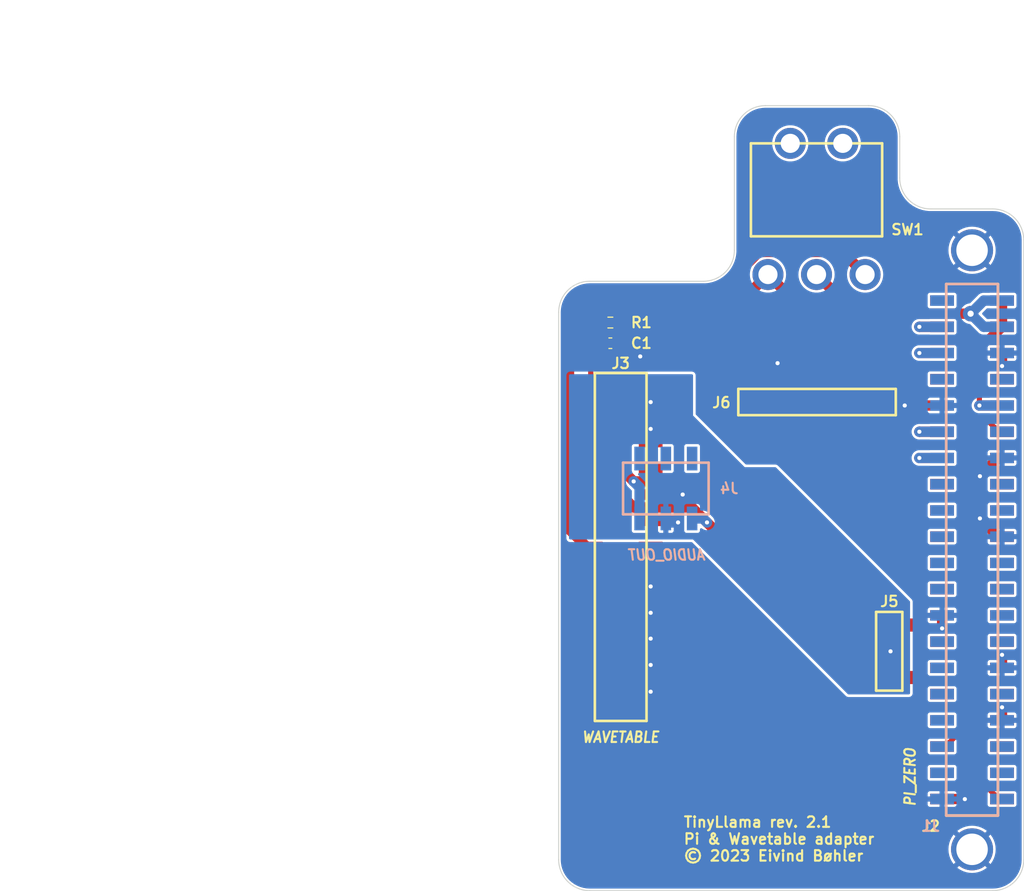
<source format=kicad_pcb>
(kicad_pcb (version 20221018) (generator pcbnew)
  (layers (0 "F.Cu" signal) (31 "B.Cu" signal) (34 "B.Paste" user) (35 "F.Paste" user) (36 "B.SilkS" user "B.Silkscreen") (37 "F.SilkS" user "F.Silkscreen") (38 "B.Mask" user) (39 "F.Mask" user) (44 "Edge.Cuts" user))
  (net 0 "")
  (net 1 "Net-(J3-~{RESET})")
  (net 2 "GND")
  (net 4 "VCC")
  (net 5 "/SDA")
  (net 6 "/SCL")
  (net 9 "/MIDI_3.3V")
  (net 10 "/SYNTH_SW")
  (net 12 "/ROM_SW")
  (net 35 "VCC_PI")
  (net 38 "/I2S_BCLK")
  (net 55 "/I2S_LRCLK")
  (net 59 "/I2S_DATA")
  (net 60 "VCC_WT")
  (net 61 "/AUDIO_L")
  (net 62 "AGND")
  (net 63 "/AUDIO_R")
  (footprint "llama_shared:H_440_HOLE" (layer "F.Cu") (at 0 29)
    (fp_text reference "H2" hide)
    (fp_text value "H_HOLE" hide)
    (pad "1" thru_hole circle (at 0 0) (size 4.064 4.064) (drill 3.048) (layers "*.Cu" "*.Mask") (net 2 "GND"))
  )
  (footprint "llama_shared:J_CONN_WAVETABLE" (layer "F.Cu") (at -34 1)
    (fp_text reference "J3" (at 0 -19.05) (layer "F.SilkS") (effects (font (size 1.016 1.016) (thickness 0.2032))))
    (fp_text value "WAVETABLE" (at 0 17.145) (layer "F.SilkS") (effects (font (size 1.016 0.9144) (thickness 0.2032) italic)))
    (fp_line (start -2.5 -18.11) (end -2.5 15.57) (stroke (width 0.254)) (layer "F.SilkS"))
    (fp_line (start -2.5 15.57) (end 2.5 15.57) (stroke (width 0.254)) (layer "F.SilkS"))
    (fp_line (start 2.5 -18.11) (end -2.5 -18.11) (stroke (width 0.254)) (layer "F.SilkS"))
    (fp_line (start 2.5 -18.11) (end 2.5 15.57) (stroke (width 0.254)) (layer "F.SilkS"))
    (pad "1" smd rect (at 2.9 13.97) (size 2.3 1.02) (layers "F.Cu" "F.Paste" "F.Mask") (net 2 "GND"))
    (pad "2" smd rect (at -2.9 13.97) (size 2.3 1.02) (layers "F.Cu" "F.Paste" "F.Mask"))
    (pad "3" smd rect (at 2.9 11.43) (size 2.3 1.02) (layers "F.Cu" "F.Paste" "F.Mask") (net 2 "GND"))
    (pad "4" smd rect (at -2.9 11.43) (size 2.3 1.02) (layers "F.Cu" "F.Paste" "F.Mask") (net 9 "/MIDI_3.3V"))
    (pad "5" smd rect (at 2.9 8.89) (size 2.3 1.02) (layers "F.Cu" "F.Paste" "F.Mask") (net 2 "GND"))
    (pad "6" smd rect (at -2.9 8.89) (size 2.3 1.02) (layers "F.Cu" "F.Paste" "F.Mask") (net 60 "VCC_WT"))
    (pad "7" smd rect (at 2.9 6.35) (size 2.3 1.02) (layers "F.Cu" "F.Paste" "F.Mask") (net 2 "GND"))
    (pad "8" smd rect (at -2.9 6.35) (size 2.3 1.02) (layers "F.Cu" "F.Paste" "F.Mask"))
    (pad "9" smd rect (at 2.9 3.81) (size 2.3 1.02) (layers "F.Cu" "F.Paste" "F.Mask") (net 2 "GND"))
    (pad "10" smd rect (at -2.9 3.81) (size 2.3 1.02) (layers "F.Cu" "F.Paste" "F.Mask") (net 60 "VCC_WT"))
    (pad "11" smd rect (at 2.9 1.27) (size 2.3 1.02) (layers "F.Cu" "F.Paste" "F.Mask") (net 2 "GND"))
    (pad "12" smd rect (at -2.9 1.27) (size 2.3 1.02) (layers "F.Cu" "F.Paste" "F.Mask"))
    (pad "13" smd rect (at 2.9 -1.27) (size 2.3 1.02) (layers "F.Cu" "F.Paste" "F.Mask"))
    (pad "14" smd rect (at -2.9 -1.27) (size 2.3 1.02) (layers "F.Cu" "F.Paste" "F.Mask") (net 60 "VCC_WT"))
    (pad "15" smd rect (at 2.9 -3.81) (size 2.3 1.02) (layers "F.Cu" "F.Paste" "F.Mask") (net 62 "AGND"))
    (pad "16" smd rect (at -2.9 -3.81) (size 2.3 1.02) (layers "F.Cu" "F.Paste" "F.Mask"))
    (pad "17" smd rect (at 2.9 -6.35) (size 2.3 1.02) (layers "F.Cu" "F.Paste" "F.Mask") (net 62 "AGND"))
    (pad "18" smd rect (at -2.9 -6.35) (size 2.3 1.02) (layers "F.Cu" "F.Paste" "F.Mask"))
    (pad "19" smd rect (at 2.9 -8.89) (size 2.3 1.02) (layers "F.Cu" "F.Paste" "F.Mask") (net 62 "AGND"))
    (pad "20" smd rect (at -2.9 -8.89) (size 2.3 1.02) (layers "F.Cu" "F.Paste" "F.Mask") (net 61 "/AUDIO_L"))
    (pad "21" smd rect (at 2.9 -11.43) (size 2.3 1.02) (layers "F.Cu" "F.Paste" "F.Mask") (net 62 "AGND"))
    (pad "22" smd rect (at -2.9 -11.43) (size 2.3 1.02) (layers "F.Cu" "F.Paste" "F.Mask"))
    (pad "23" smd rect (at 2.9 -13.97) (size 2.3 1.02) (layers "F.Cu" "F.Paste" "F.Mask") (net 62 "AGND"))
    (pad "24" smd rect (at -2.9 -13.97) (size 2.3 1.02) (layers "F.Cu" "F.Paste" "F.Mask") (net 63 "/AUDIO_R"))
    (pad "25" smd rect (at 2.9 -16.51) (size 2.3 1.02) (layers "F.Cu" "F.Paste" "F.Mask") (net 62 "AGND"))
    (pad "26" smd rect (at -2.9 -16.51) (size 2.3 1.02) (layers "F.Cu" "F.Paste" "F.Mask") (net 1 "Net-(J3-~{RESET})"))
  )
  (footprint "llama_shared:P_CONN_01X06_SMD" (layer "F.Cu") (at -15 -14.305 180)
    (fp_text reference "J6" (at 9.25 -0.055) (layer "F.SilkS") (effects (font (size 1.016 1.016) (thickness 0.2032))))
    (fp_text value "P_CONN_01x06" hide)
    (fp_line (start -7.62 -1.27) (end 7.62 -1.27) (stroke (width 0.254)) (layer "F.SilkS"))
    (fp_line (start -7.62 1.27) (end -7.62 -1.27) (stroke (width 0.254)) (layer "F.SilkS"))
    (fp_line (start 7.62 -1.27) (end 7.62 1.27) (stroke (width 0.254)) (layer "F.SilkS"))
    (fp_line (start 7.62 1.27) (end -7.62 1.27) (stroke (width 0.254)) (layer "F.SilkS"))
    (pad "1" smd rect (at -6.35 1.8 180) (size 1.27 2.2) (layers "F.Cu" "F.Paste" "F.Mask") (net 2 "GND"))
    (pad "2" smd rect (at -3.81 -1.8 180) (size 1.27 2.2) (layers "F.Cu" "F.Paste" "F.Mask") (net 38 "/I2S_BCLK"))
    (pad "3" smd rect (at -1.27 1.8 180) (size 1.27 2.2) (layers "F.Cu" "F.Paste" "F.Mask") (net 59 "/I2S_DATA"))
    (pad "4" smd rect (at 1.27 -1.8 180) (size 1.27 2.2) (layers "F.Cu" "F.Paste" "F.Mask") (net 55 "/I2S_LRCLK"))
    (pad "5" smd rect (at 3.81 1.8 180) (size 1.27 2.2) (layers "F.Cu" "F.Paste" "F.Mask") (net 2 "GND"))
    (pad "6" smd rect (at 6.35 -1.8 180) (size 1.27 2.2) (layers "F.Cu" "F.Paste" "F.Mask") (net 35 "VCC_PI"))
  )
  (footprint "Capacitor_SMD:C_0603_1608Metric" (layer "F.Cu") (at -35 -20)
    (fp_text reference "C1" (at 3 0) (layer "F.SilkS") (effects (font (size 1.016 1.016) (thickness 0.2032))))
    (fp_text value "10uF" hide)
    (fp_line (start -0.14058 -0.51) (end 0.14058 -0.51) (stroke (width 0.12)) (layer "F.SilkS"))
    (fp_line (start -0.14058 0.51) (end 0.14058 0.51) (stroke (width 0.12)) (layer "F.SilkS"))
    (pad "1" smd roundrect (at -0.775 0) (size 0.9 0.95) (layers "F.Cu" "F.Paste" "F.Mask") (net 1 "Net-(J3-~{RESET})"))
    (pad "2" smd roundrect (at 0.775 0) (size 0.9 0.95) (layers "F.Cu" "F.Paste" "F.Mask") (net 2 "GND"))
  )
  (footprint "Resistor_SMD:R_0603_1608Metric" (layer "F.Cu") (at -35 -22 180)
    (fp_text reference "R1" (at -3 0) (layer "F.SilkS") (effects (font (size 1.016 1.016) (thickness 0.2032))))
    (fp_text value "10k" hide)
    (fp_line (start -0.237258 -0.5225) (end 0.237258 -0.5225) (stroke (width 0.12)) (layer "F.SilkS"))
    (fp_line (start -0.237258 0.5225) (end 0.237258 0.5225) (stroke (width 0.12)) (layer "F.SilkS"))
    (pad "1" smd roundrect (at -0.825 0 180) (size 0.8 0.95) (layers "F.Cu" "F.Paste" "F.Mask") (net 1 "Net-(J3-~{RESET})"))
    (pad "2" smd roundrect (at 0.825 0 180) (size 0.8 0.95) (layers "F.Cu" "F.Paste" "F.Mask") (net 60 "VCC_WT"))
  )
  (footprint "llama_shared:P_CONN_01X03_SMD" (layer "F.Cu") (at -8.015 9.825 90)
    (fp_text reference "J5" (at 4.825 0.015 180) (layer "F.SilkS") (effects (font (size 1.016 1.016) (thickness 0.2032))))
    (fp_text value "P_CONN_01X03" hide)
    (fp_line (start -3.81 -1.27) (end 3.81 -1.27) (stroke (width 0.254)) (layer "F.SilkS"))
    (fp_line (start -3.81 1.27) (end -3.81 -1.27) (stroke (width 0.254)) (layer "F.SilkS"))
    (fp_line (start 3.81 -1.27) (end 3.81 1.27) (stroke (width 0.254)) (layer "F.SilkS"))
    (fp_line (start 3.81 1.27) (end -3.81 1.27) (stroke (width 0.254)) (layer "F.SilkS"))
    (pad "1" smd rect (at -2.54 1.8 90) (size 1.27 2.2) (layers "F.Cu" "F.Paste" "F.Mask") (net 61 "/AUDIO_L"))
    (pad "2" smd rect (at 0 -1.8 90) (size 1.27 2.2) (layers "F.Cu" "F.Paste" "F.Mask") (net 62 "AGND"))
    (pad "3" smd rect (at 2.54 1.8 90) (size 1.27 2.2) (layers "F.Cu" "F.Paste" "F.Mask") (net 63 "/AUDIO_R"))
  )
  (footprint "llama_shared:J_CONN_RPI_SMD" (layer "F.Cu") (at 0 0)
    (fp_text reference "J2" (at -4 26.75 180) (layer "F.SilkS") (effects (font (size 1.016 1.016) (thickness 0.2032))))
    (fp_text value "PI_ZERO" (at -6 22 90) (layer "F.SilkS") (effects (font (size 1.016 0.9144) (thickness 0.2032) italic)))
    (fp_line (start -2.5 -25.73) (end -2.5 25.73) (stroke (width 0.254)) (layer "F.SilkS"))
    (fp_line (start -2.5 25.73) (end 2.5 25.73) (stroke (width 0.254)) (layer "F.SilkS"))
    (fp_line (start 2.5 -25.73) (end -2.5 -25.73) (stroke (width 0.254)) (layer "F.SilkS"))
    (fp_line (start 2.5 -25.73) (end 2.5 25.73) (stroke (width 0.254)) (layer "F.SilkS"))
    (pad "1" smd rect (at -2.9 -24.13) (size 2.3 1.02) (layers "F.Cu" "F.Paste" "F.Mask"))
    (pad "2" smd rect (at 2.9 -24.13) (size 2.3 1.02) (layers "F.Cu" "F.Paste" "F.Mask") (net 35 "VCC_PI"))
    (pad "3" smd rect (at -2.9 -21.59) (size 2.3 1.02) (layers "F.Cu" "F.Paste" "F.Mask") (net 5 "/SDA"))
    (pad "4" smd rect (at 2.9 -21.59) (size 2.3 1.02) (layers "F.Cu" "F.Paste" "F.Mask") (net 35 "VCC_PI"))
    (pad "5" smd rect (at -2.9 -19.05) (size 2.3 1.02) (layers "F.Cu" "F.Paste" "F.Mask") (net 6 "/SCL"))
    (pad "6" smd rect (at 2.9 -19.05) (size 2.3 1.02) (layers "F.Cu" "F.Paste" "F.Mask") (net 2 "GND"))
    (pad "7" smd rect (at -2.9 -16.51) (size 2.3 1.02) (layers "F.Cu" "F.Paste" "F.Mask"))
    (pad "8" smd rect (at 2.9 -16.51) (size 2.3 1.02) (layers "F.Cu" "F.Paste" "F.Mask"))
    (pad "9" smd rect (at -2.9 -13.97) (size 2.3 1.02) (layers "F.Cu" "F.Paste" "F.Mask") (net 2 "GND"))
    (pad "10" smd rect (at 2.9 -13.97) (size 2.3 1.02) (layers "F.Cu" "F.Paste" "F.Mask") (net 9 "/MIDI_3.3V"))
    (pad "11" smd rect (at -2.9 -11.43) (size 2.3 1.02) (layers "F.Cu" "F.Paste" "F.Mask") (net 10 "/SYNTH_SW"))
    (pad "12" smd rect (at 2.9 -11.43) (size 2.3 1.02) (layers "F.Cu" "F.Paste" "F.Mask") (net 38 "/I2S_BCLK"))
    (pad "13" smd rect (at -2.9 -8.89) (size 2.3 1.02) (layers "F.Cu" "F.Paste" "F.Mask") (net 12 "/ROM_SW"))
    (pad "14" smd rect (at 2.9 -8.89) (size 2.3 1.02) (layers "F.Cu" "F.Paste" "F.Mask") (net 2 "GND"))
    (pad "15" smd rect (at -2.9 -6.35) (size 2.3 1.02) (layers "F.Cu" "F.Paste" "F.Mask"))
    (pad "16" smd rect (at 2.9 -6.35) (size 2.3 1.02) (layers "F.Cu" "F.Paste" "F.Mask"))
    (pad "17" smd rect (at -2.9 -3.81) (size 2.3 1.02) (layers "F.Cu" "F.Paste" "F.Mask"))
    (pad "18" smd rect (at 2.9 -3.81) (size 2.3 1.02) (layers "F.Cu" "F.Paste" "F.Mask"))
    (pad "19" smd rect (at -2.9 -1.27) (size 2.3 1.02) (layers "F.Cu" "F.Paste" "F.Mask"))
    (pad "20" smd rect (at 2.9 -1.27) (size 2.3 1.02) (layers "F.Cu" "F.Paste" "F.Mask") (net 2 "GND"))
    (pad "21" smd rect (at -2.9 1.27) (size 2.3 1.02) (layers "F.Cu" "F.Paste" "F.Mask"))
    (pad "22" smd rect (at 2.9 1.27) (size 2.3 1.02) (layers "F.Cu" "F.Paste" "F.Mask"))
    (pad "23" smd rect (at -2.9 3.81) (size 2.3 1.02) (layers "F.Cu" "F.Paste" "F.Mask"))
    (pad "24" smd rect (at 2.9 3.81) (size 2.3 1.02) (layers "F.Cu" "F.Paste" "F.Mask"))
    (pad "25" smd rect (at -2.9 6.35) (size 2.3 1.02) (layers "F.Cu" "F.Paste" "F.Mask") (net 2 "GND"))
    (pad "26" smd rect (at 2.9 6.35) (size 2.3 1.02) (layers "F.Cu" "F.Paste" "F.Mask"))
    (pad "27" smd rect (at -2.9 8.89) (size 2.3 1.02) (layers "F.Cu" "F.Paste" "F.Mask"))
    (pad "28" smd rect (at 2.9 8.89) (size 2.3 1.02) (layers "F.Cu" "F.Paste" "F.Mask"))
    (pad "29" smd rect (at -2.9 11.43) (size 2.3 1.02) (layers "F.Cu" "F.Paste" "F.Mask"))
    (pad "30" smd rect (at 2.9 11.43) (size 2.3 1.02) (layers "F.Cu" "F.Paste" "F.Mask") (net 2 "GND"))
    (pad "31" smd rect (at -2.9 13.97) (size 2.3 1.02) (layers "F.Cu" "F.Paste" "F.Mask"))
    (pad "32" smd rect (at 2.9 13.97) (size 2.3 1.02) (layers "F.Cu" "F.Paste" "F.Mask"))
    (pad "33" smd rect (at -2.9 16.51) (size 2.3 1.02) (layers "F.Cu" "F.Paste" "F.Mask"))
    (pad "34" smd rect (at 2.9 16.51) (size 2.3 1.02) (layers "F.Cu" "F.Paste" "F.Mask") (net 2 "GND"))
    (pad "35" smd rect (at -2.9 19.05) (size 2.3 1.02) (layers "F.Cu" "F.Paste" "F.Mask") (net 55 "/I2S_LRCLK"))
    (pad "36" smd rect (at 2.9 19.05) (size 2.3 1.02) (layers "F.Cu" "F.Paste" "F.Mask"))
    (pad "37" smd rect (at -2.9 21.59) (size 2.3 1.02) (layers "F.Cu" "F.Paste" "F.Mask"))
    (pad "38" smd rect (at 2.9 21.59) (size 2.3 1.02) (layers "F.Cu" "F.Paste" "F.Mask"))
    (pad "39" smd rect (at -2.9 24.13) (size 2.3 1.02) (layers "F.Cu" "F.Paste" "F.Mask") (net 2 "GND"))
    (pad "40" smd rect (at 2.9 24.13) (size 2.3 1.02) (layers "F.Cu" "F.Paste" "F.Mask") (net 59 "/I2S_DATA"))
  )
  (footprint "llama_shared:H_440_HOLE" (layer "F.Cu") (at 0 -29)
    (fp_text reference "H1" hide)
    (fp_text value "H_HOLE" hide)
    (pad "1" thru_hole circle (at 0 0) (size 4.064 4.064) (drill 3.048) (layers "*.Cu" "*.Mask") (net 2 "GND"))
  )
  (footprint "llama_shared:SW_1MS1T2B4M6QES" (layer "F.Cu") (at -15.05 -33)
    (fp_text reference "SW1" (at 8.8 2 unlocked) (layer "F.SilkS") (effects (font (size 1.016 1.016) (thickness 0.2032) bold)))
    (fp_text value "PI_WT_TOGGLE" hide)
    (fp_line (start -6.35 -6.35) (end -6.35 2.65) (stroke (width 0.254)) (layer "F.SilkS"))
    (fp_line (start -6.35 -6.35) (end 6.35 -6.35) (stroke (width 0.254)) (layer "F.SilkS"))
    (fp_line (start -6.35 2.65) (end 6.35 2.65) (stroke (width 0.254)) (layer "F.SilkS"))
    (fp_line (start 6.35 -6.35) (end 6.35 2.65) (stroke (width 0.254)) (layer "F.SilkS"))
    (pad "" thru_hole circle (at -2.54 -6.35) (size 3 3) (drill 1.85) (layers "*.Cu" "*.Mask"))
    (pad "" thru_hole circle (at 2.54 -6.35) (size 3 3) (drill 1.85) (layers "*.Cu" "*.Mask"))
    (pad "1" thru_hole circle (at -4.7 6.35) (size 3 3) (drill 1.85) (layers "*.Cu" "*.Mask") (net 35 "VCC_PI"))
    (pad "2" thru_hole circle (at 0 6.35) (size 3 3) (drill 1.85) (layers "*.Cu" "*.Mask") (net 4 "VCC"))
    (pad "3" thru_hole circle (at 4.7 6.35) (size 3 3) (drill 1.85) (layers "*.Cu" "*.Mask") (net 60 "VCC_WT"))
  )
  (footprint "llama_shared:P_CONN_02X03_SMD" (layer "B.Cu") (at -29.63 -5.935 90)
    (fp_text reference "J4" (at 0 6.13 180) (layer "B.SilkS") (effects (font (size 1.016 1.016) (thickness 0.2032)) (justify mirror)))
    (fp_text value "AUDIO_OUT" (at -6.435 0.13 180) (layer "B.SilkS") (effects (font (size 1.016 0.9144) (thickness 0.2032) italic) (justify mirror)))
    (fp_line (start -2.5 -4.14) (end 2.5 -4.14) (stroke (width 0.254)) (layer "B.SilkS"))
    (fp_line (start -2.5 4.14) (end -2.5 -4.14) (stroke (width 0.254)) (layer "B.SilkS"))
    (fp_line (start 2.5 4.14) (end -2.5 4.14) (stroke (width 0.254)) (layer "B.SilkS"))
    (fp_line (start 2.5 4.14) (end 2.5 -4.14) (stroke (width 0.254)) (layer "B.SilkS"))
    (pad "1" smd rect (at -2.9 2.54 90) (size 2.3 1.02) (layers "B.Cu" "B.Paste" "B.Mask") (net 61 "/AUDIO_L"))
    (pad "2" smd rect (at -2.9 0 90) (size 2.3 1.02) (layers "B.Cu" "B.Paste" "B.Mask") (net 62 "AGND"))
    (pad "3" smd rect (at -2.9 -2.54 90) (size 2.3 1.02) (layers "B.Cu" "B.Paste" "B.Mask") (net 63 "/AUDIO_R"))
    (pad "4" smd rect (at 2.9 -2.54 90) (size 2.3 1.02) (layers "B.Cu" "B.Paste" "B.Mask"))
    (pad "5" smd rect (at 2.9 0 90) (size 2.3 1.02) (layers "B.Cu" "B.Paste" "B.Mask"))
    (pad "6" smd rect (at 2.9 2.54 90) (size 2.3 1.02) (layers "B.Cu" "B.Paste" "B.Mask"))
  )
  (footprint "llama_shared:J_CONN_RPI_MIRRORED_SMD" (layer "B.Cu") (at 0 0 180)
    (fp_text reference "J1" (at 4 -26.75) (layer "B.SilkS") (effects (font (size 1.016 1.016) (thickness 0.2032)) (justify mirror)))
    (fp_text value "TINYLLAMA_PI_CONN" hide)
    (fp_line (start -2.5 -25.73) (end 2.5 -25.73) (stroke (width 0.254)) (layer "B.SilkS"))
    (fp_line (start -2.5 25.73) (end -2.5 -25.73) (stroke (width 0.254)) (layer "B.SilkS"))
    (fp_line (start 2.5 25.73) (end -2.5 25.73) (stroke (width 0.254)) (layer "B.SilkS"))
    (fp_line (start 2.5 25.73) (end 2.5 -25.73) (stroke (width 0.254)) (layer "B.SilkS"))
    (pad "1" smd rect (at 2.9 24.13 180) (size 2.3 1.02) (layers "B.Cu" "B.Paste" "B.Mask"))
    (pad "2" smd rect (at -2.9 24.13 180) (size 2.3 1.02) (layers "B.Cu" "B.Paste" "B.Mask") (net 4 "VCC"))
    (pad "3" smd rect (at 2.9 21.59 180) (size 2.3 1.02) (layers "B.Cu" "B.Paste" "B.Mask") (net 5 "/SDA"))
    (pad "4" smd rect (at -2.9 21.59 180) (size 2.3 1.02) (layers "B.Cu" "B.Paste" "B.Mask") (net 4 "VCC"))
    (pad "5" smd rect (at 2.9 19.05 180) (size 2.3 1.02) (layers "B.Cu" "B.Paste" "B.Mask") (net 6 "/SCL"))
    (pad "6" smd rect (at -2.9 19.05 180) (size 2.3 1.02) (layers "B.Cu" "B.Paste" "B.Mask") (net 2 "GND"))
    (pad "7" smd rect (at 2.9 16.51 180) (size 2.3 1.02) (layers "B.Cu" "B.Paste" "B.Mask"))
    (pad "8" smd rect (at -2.9 16.51 180) (size 2.3 1.02) (layers "B.Cu" "B.Paste" "B.Mask"))
    (pad "9" smd rect (at 2.9 13.97 180) (size 2.3 1.02) (layers "B.Cu" "B.Paste" "B.Mask") (net 2 "GND"))
    (pad "10" smd rect (at -2.9 13.97 180) (size 2.3 1.02) (layers "B.Cu" "B.Paste" "B.Mask") (net 9 "/MIDI_3.3V"))
    (pad "11" smd rect (at 2.9 11.43 180) (size 2.3 1.02) (layers "B.Cu" "B.Paste" "B.Mask") (net 10 "/SYNTH_SW"))
    (pad "12" smd rect (at -2.9 11.43 180) (size 2.3 1.02) (layers "B.Cu" "B.Paste" "B.Mask"))
    (pad "13" smd rect (at 2.9 8.89 180) (size 2.3 1.02) (layers "B.Cu" "B.Paste" "B.Mask") (net 12 "/ROM_SW"))
    (pad "14" smd rect (at -2.9 8.89 180) (size 2.3 1.02) (layers "B.Cu" "B.Paste" "B.Mask") (net 2 "GND"))
    (pad "15" smd rect (at 2.9 6.35 180) (size 2.3 1.02) (layers "B.Cu" "B.Paste" "B.Mask"))
    (pad "16" smd rect (at -2.9 6.35 180) (size 2.3 1.02) (layers "B.Cu" "B.Paste" "B.Mask"))
    (pad "17" smd rect (at 2.9 3.81 180) (size 2.3 1.02) (layers "B.Cu" "B.Paste" "B.Mask"))
    (pad "18" smd rect (at -2.9 3.81 180) (size 2.3 1.02) (layers "B.Cu" "B.Paste" "B.Mask"))
    (pad "19" smd rect (at 2.9 1.27 180) (size 2.3 1.02) (layers "B.Cu" "B.Paste" "B.Mask"))
    (pad "20" smd rect (at -2.9 1.27 180) (size 2.3 1.02) (layers "B.Cu" "B.Paste" "B.Mask") (net 2 "GND"))
    (pad "21" smd rect (at 2.9 -1.27 180) (size 2.3 1.02) (layers "B.Cu" "B.Paste" "B.Mask"))
    (pad "22" smd rect (at -2.9 -1.27 180) (size 2.3 1.02) (layers "B.Cu" "B.Paste" "B.Mask"))
    (pad "23" smd rect (at 2.9 -3.81 180) (size 2.3 1.02) (layers "B.Cu" "B.Paste" "B.Mask"))
    (pad "24" smd rect (at -2.9 -3.81 180) (size 2.3 1.02) (layers "B.Cu" "B.Paste" "B.Mask"))
    (pad "25" smd rect (at 2.9 -6.35 180) (size 2.3 1.02) (layers "B.Cu" "B.Paste" "B.Mask") (net 2 "GND"))
    (pad "26" smd rect (at -2.9 -6.35 180) (size 2.3 1.02) (layers "B.Cu" "B.Paste" "B.Mask"))
    (pad "27" smd rect (at 2.9 -8.89 180) (size 2.3 1.02) (layers "B.Cu" "B.Paste" "B.Mask"))
    (pad "28" smd rect (at -2.9 -8.89 180) (size 2.3 1.02) (layers "B.Cu" "B.Paste" "B.Mask"))
    (pad "29" smd rect (at 2.9 -11.43 180) (size 2.3 1.02) (layers "B.Cu" "B.Paste" "B.Mask"))
    (pad "30" smd rect (at -2.9 -11.43 180) (size 2.3 1.02) (layers "B.Cu" "B.Paste" "B.Mask") (net 2 "GND"))
    (pad "31" smd rect (at 2.9 -13.97 180) (size 2.3 1.02) (layers "B.Cu" "B.Paste" "B.Mask"))
    (pad "32" smd rect (at -2.9 -13.97 180) (size 2.3 1.02) (layers "B.Cu" "B.Paste" "B.Mask"))
    (pad "33" smd rect (at 2.9 -16.51 180) (size 2.3 1.02) (layers "B.Cu" "B.Paste" "B.Mask"))
    (pad "34" smd rect (at -2.9 -16.51 180) (size 2.3 1.02) (layers "B.Cu" "B.Paste" "B.Mask") (net 2 "GND"))
    (pad "35" smd rect (at 2.9 -19.05 180) (size 2.3 1.02) (layers "B.Cu" "B.Paste" "B.Mask"))
    (pad "36" smd rect (at -2.9 -19.05 180) (size 2.3 1.02) (layers "B.Cu" "B.Paste" "B.Mask"))
    (pad "37" smd rect (at 2.9 -21.59 180) (size 2.3 1.02) (layers "B.Cu" "B.Paste" "B.Mask"))
    (pad "38" smd rect (at -2.9 -21.59 180) (size 2.3 1.02) (layers "B.Cu" "B.Paste" "B.Mask"))
    (pad "39" smd rect (at 2.9 -24.13 180) (size 2.3 1.02) (layers "B.Cu" "B.Paste" "B.Mask") (net 2 "GND"))
    (pad "40" smd rect (at -2.9 -24.13 180) (size 2.3 1.02) (layers "B.Cu" "B.Paste" "B.Mask"))
  )
  (gr_arc (start -40 -23) (mid -39.12132 -25.12132) (end -37 -26) (stroke (width 0.1)) (layer "Edge.Cuts"))
  (gr_arc (start -23 -40) (mid -22.12132 -42.12132) (end -20 -43) (stroke (width 0.1)) (layer "Edge.Cuts"))
  (gr_line (start -10 -43) (end -20 -43) (stroke (width 0.1)) (layer "Edge.Cuts"))
  (gr_arc (start -23 -29) (mid -23.87868 -26.87868) (end -26 -26) (stroke (width 0.1)) (layer "Edge.Cuts"))
  (gr_line (start -40 -23) (end -40 30) (stroke (width 0.1)) (layer "Edge.Cuts"))
  (gr_line (start 5 30) (end 5 -30) (stroke (width 0.1)) (layer "Edge.Cuts"))
  (gr_arc (start -10 -43) (mid -7.87868 -42.12132) (end -7 -40) (stroke (width 0.1)) (layer "Edge.Cuts"))
  (gr_arc (start 5 30) (mid 4.12132 32.12132) (end 2 33) (stroke (width 0.1)) (layer "Edge.Cuts"))
  (gr_line (start -37 33) (end 2 33) (stroke (width 0.1)) (layer "Edge.Cuts"))
  (gr_arc (start -4 -33) (mid -6.12132 -33.87868) (end -7 -36) (stroke (width 0.1)) (layer "Edge.Cuts"))
  (gr_line (start -23 -40) (end -23 -29) (stroke (width 0.1)) (layer "Edge.Cuts"))
  (gr_arc (start -37 33) (mid -39.12132 32.12132) (end -40 30) (stroke (width 0.1)) (layer "Edge.Cuts"))
  (gr_line (start 2 -33) (end -4 -33) (stroke (width 0.1)) (layer "Edge.Cuts"))
  (gr_line (start -7 -36) (end -7 -40) (stroke (width 0.1)) (layer "Edge.Cuts"))
  (gr_line (start -26 -26) (end -37 -26) (stroke (width 0.1)) (layer "Edge.Cuts"))
  (gr_arc (start 2 -33) (mid 4.12132 -32.12132) (end 5 -30) (stroke (width 0.1)) (layer "Edge.Cuts"))
  (gr_text "TinyLlama rev. 2.1\nPi & Wavetable adapter\n© 2023 Eivind Bøhler" (at -28 28) (layer "F.SilkS") (effects (font (size 1.016 1.016) (thickness 0.2032) bold) (justify left)))
  (segment (start -36.9 -15.51) (end -36.9 -18.875) (width 0.5) (layer "F.Cu") (net 1))
  (segment (start -36.9 -18.875) (end -35.775 -20) (width 0.5) (layer "F.Cu") (net 1))
  (segment (start -35.775 -20.4) (end -34.175 -22) (width 0.5) (layer "F.Cu") (net 1))
  (segment (start -35.775 -20) (end -35.775 -20.4) (width 0.5) (layer "F.Cu") (net 1))
  (segment (start -2.9 24.13) (end -0.71 24.13) (width 1) (layer "F.Cu") (net 2))
  (segment (start -0.71 24.13) (end -0.7 24.14) (width 1) (layer "F.Cu") (net 2))
  (segment (start 2.526 -1.27) (end 0.76 -3.036) (width 1) (layer "F.Cu") (net 2))
  (segment (start 2.9 11.43) (end 2.9 10.17) (width 1) (layer "F.Cu") (net 2))
  (segment (start -31.1 9.89) (end -31.1 8.6) (width 1) (layer "F.Cu") (net 2))
  (segment (start -34.225 -20) (end -33.39 -20) (width 0.5) (layer "F.Cu") (net 2))
  (segment (start -31.1 8.6) (end -31.1 7.35) (width 1) (layer "F.Cu") (net 2))
  (segment (start -31.1 11.15) (end -31.1 9.89) (width 1) (layer "F.Cu") (net 2))
  (segment (start -31.1 12.43) (end -31.1 11.15) (width 1) (layer "F.Cu") (net 2))
  (segment (start 0.76 -7.124) (end 2.526 -8.89) (width 1) (layer "F.Cu") (net 2))
  (segment (start -31.1 4.81) (end -31.1 2.27) (width 1) (layer "F.Cu") (net 2))
  (segment (start -6.515 -13.97) (end -8.65 -16.105) (width 1) (layer "F.Cu") (net 2))
  (segment (start -18.81 -18.06) (end -18.82 -18.07) (width 1) (layer "F.Cu") (net 2))
  (segment (start 0.76 -3.036) (end 0.76 -7.124) (width 1) (layer "F.Cu") (net 2))
  (segment (start -2.9 6.35) (end -2.9 7.61) (width 1) (layer "F.Cu") (net 2))
  (segment (start 2.9 16.51) (end 2.9 15.25) (width 1) (layer "F.Cu") (net 2))
  (segment (start -31.1 6.1) (end -31.1 4.81) (width 1) (layer "F.Cu") (net 2))
  (segment (start 2.9 -1.27) (end 2.526 -1.27) (width 1) (layer "F.Cu") (net 2))
  (segment (start -31.1 14.97) (end -31.1 12.43) (width 1) (layer "F.Cu") (net 2))
  (segment (start -2.9 -13.97) (end -6.515 -13.97) (width 1) (layer "F.Cu") (net 2))
  (segment (start -33.39 -20) (end -32.11 -18.72) (width 0.5) (layer "F.Cu") (net 2))
  (segment (start 2.526 -8.89) (end 2.9 -8.89) (width 1) (layer "F.Cu") (net 2))
  (segment (start -31.1 7.35) (end -31.1 6.1) (width 1) (layer "F.Cu") (net 2))
  (segment (start -18.81 -16.105) (end -18.81 -18.06) (width 1) (layer "F.Cu") (net 2))
  (segment (start 2.9 -19.05) (end 2.9 -17.79) (width 1) (layer "F.Cu") (net 2))
  (via (at -31.1 11.15) (size 1) (drill 0.4) (layers "F.Cu" "B.Cu") (net 2))
  (via (at -31.1 13.74) (size 1) (drill 0.4) (layers "F.Cu" "B.Cu") (net 2))
  (via (at 2.9 15.25) (size 1) (drill 0.4) (layers "F.Cu" "B.Cu") (net 2))
  (via (at -2.9 7.61) (size 1) (drill 0.4) (layers "F.Cu" "B.Cu") (net 2))
  (via (at -18.82 -18.07) (size 1) (drill 0.4) (layers "F.Cu" "B.Cu") (net 2))
  (via (at 0.76 -3.036) (size 1) (drill 0.4) (layers "F.Cu" "B.Cu") (net 2))
  (via (at -31.1 3.55) (size 1) (drill 0.4) (layers "F.Cu" "B.Cu") (net 2))
  (via (at -31.1 6.1) (size 1) (drill 0.4) (layers "F.Cu" "B.Cu") (net 2))
  (via (at -0.7 24.14) (size 1) (drill 0.4) (layers "F.Cu" "B.Cu") (net 2))
  (via (at 2.9 10.17) (size 1) (drill 0.4) (layers "F.Cu" "B.Cu") (net 2))
  (via (at -31.1 8.6) (size 1) (drill 0.4) (layers "F.Cu" "B.Cu") (net 2))
  (via (at 2.9 -17.79) (size 1) (drill 0.4) (layers "F.Cu" "B.Cu") (net 2))
  (via (at -32.11 -18.72) (size 1) (drill 0.4) (layers "F.Cu" "B.Cu") (net 2))
  (via (at -6.515 -13.97) (size 1) (drill 0.4) (layers "F.Cu" "B.Cu") (net 2))
  (via (at 0.76 -7.124) (size 1) (drill 0.4) (layers "F.Cu" "B.Cu") (net 2))
  (segment (start -15.05 -26.65) (end -11.26 -22.86) (width 1) (layer "F.Cu") (net 4))
  (segment (start -11.26 -22.86) (end -0.14 -22.86) (width 1) (layer "F.Cu") (net 4))
  (via (at -0.14 -22.86) (size 1.5) (drill 0.6) (layers "F.Cu" "B.Cu") (net 4))
  (segment (start 1.13 -24.13) (end -0.14 -22.86) (width 1) (layer "B.Cu") (net 4))
  (segment (start 2.9 -21.59) (end 1.13 -21.59) (width 1) (layer "B.Cu") (net 4))
  (segment (start 1.13 -21.59) (end -0.14 -22.86) (width 1) (layer "B.Cu") (net 4))
  (segment (start 2.9 -24.13) (end 1.13 -24.13) (width 1) (layer "B.Cu") (net 4))
  (segment (start -2.9 -21.59) (end -5.1 -21.59) (width 1) (layer "F.Cu") (net 5))
  (via (at -5.1 -21.59) (size 1) (drill 0.4) (layers "F.Cu" "B.Cu") (net 5))
  (segment (start -5.1 -21.59) (end -2.9 -21.59) (width 1) (layer "B.Cu") (net 5))
  (segment (start -2.9 -19.05) (end -5.1 -19.05) (width 1) (layer "F.Cu") (net 6))
  (via (at -5.1 -19.05) (size 1) (drill 0.4) (layers "F.Cu" "B.Cu") (net 6))
  (segment (start -5.1 -19.05) (end -2.9 -19.05) (width 1) (layer "B.Cu") (net 6))
  (segment (start -4.26 5.1) (end -1.6 5.1) (width 0.5) (layer "F.Cu") (net 9))
  (segment (start -1.6 5.1) (end -1 5.7) (width 0.5) (layer "F.Cu") (net 9))
  (segment (start -5.25 16.12) (end -32.85 16.12) (width 0.5) (layer "F.Cu") (net 9))
  (segment (start -1.66 15.26) (end -4.39 15.26) (width 0.5) (layer "F.Cu") (net 9))
  (segment (start -4.39 15.26) (end -5.25 16.12) (width 0.5) (layer "F.Cu") (net 9))
  (segment (start 0.71 -13.97) (end 0.71 -15.83) (width 0.5) (layer "F.Cu") (net 9))
  (segment (start -17.52 -8.16) (end -4.26 5.1) (width 0.5) (layer "F.Cu") (net 9))
  (segment (start -1 14.6) (end -1.66 15.26) (width 0.5) (layer "F.Cu") (net 9))
  (segment (start -36.54 12.43) (end -36.9 12.43) (width 0.5) (layer "F.Cu") (net 9))
  (segment (start -1 5.7) (end -1 14.6) (width 0.5) (layer "F.Cu") (net 9))
  (segment (start -32.85 16.12) (end -36.54 12.43) (width 0.5) (layer "F.Cu") (net 9))
  (segment (start 0.71 -15.83) (end -1.24 -17.78) (width 0.5) (layer "F.Cu") (net 9))
  (segment (start -1.24 -17.78) (end -16.22 -17.78) (width 0.5) (layer "F.Cu") (net 9))
  (segment (start -16.22 -17.78) (end -17.52 -16.48) (width 0.5) (layer "F.Cu") (net 9))
  (segment (start 2.9 -13.97) (end 0.71 -13.97) (width 1) (layer "F.Cu") (net 9))
  (segment (start -17.52 -16.48) (end -17.52 -8.16) (width 0.5) (layer "F.Cu") (net 9))
  (via (at 0.71 -13.97) (size 1) (drill 0.4) (layers "F.Cu" "B.Cu") (net 9))
  (segment (start 0.71 -13.97) (end 2.9 -13.97) (width 1) (layer "B.Cu") (net 9))
  (segment (start -2.9 -11.43) (end -5.1 -11.43) (width 1) (layer "F.Cu") (net 10))
  (via (at -5.1 -11.43) (size 1) (drill 0.4) (layers "F.Cu" "B.Cu") (net 10))
  (segment (start -5.1 -11.43) (end -2.9 -11.43) (width 1) (layer "B.Cu") (net 10))
  (segment (start -2.9 -8.89) (end -5.1 -8.89) (width 1) (layer "F.Cu") (net 12))
  (via (at -5.1 -8.89) (size 1) (drill 0.4) (layers "F.Cu" "B.Cu") (net 12))
  (segment (start -5.1 -8.89) (end -2.9 -8.89) (width 1) (layer "B.Cu") (net 12))
  (segment (start 2.9 -21.59) (end 2.9 -24.13) (width 1) (layer "F.Cu") (net 35))
  (segment (start -19.75 -26.65) (end -13.41 -20.31) (width 1) (layer "F.Cu") (net 35))
  (segment (start 1.62 -20.31) (end 2.9 -21.59) (width 1) (layer "F.Cu") (net 35))
  (segment (start -21.35 -25.05) (end -19.75 -26.65) (width 1) (layer "F.Cu") (net 35))
  (segment (start -13.41 -20.31) (end 1.62 -20.31) (width 1) (layer "F.Cu") (net 35))
  (segment (start -21.35 -12.505) (end -21.35 -25.05) (width 1) (layer "F.Cu") (net 35))
  (segment (start 2.59 -11.43) (end 2.9 -11.43) (width 0.5) (layer "F.Cu") (net 38))
  (segment (start -10.985 -12.71) (end 1.31 -12.71) (width 0.5) (layer "F.Cu") (net 38))
  (segment (start -11.19 -12.505) (end -10.985 -12.71) (width 0.5) (layer "F.Cu") (net 38))
  (segment (start 1.31 -12.71) (end 2.59 -11.43) (width 0.5) (layer "F.Cu") (net 38))
  (segment (start 0.03 4.16) (end 0.03 16.43) (width 0.5) (layer "F.Cu") (net 55))
  (segment (start -1.57 2.56) (end 0.03 4.16) (width 0.5) (layer "F.Cu") (net 55))
  (segment (start 0.03 16.43) (end -2.59 19.05) (width 0.5) (layer "F.Cu") (net 55))
  (segment (start -16.27 -12.505) (end -16.27 -9.3) (width 0.5) (layer "F.Cu") (net 55))
  (segment (start -4.41 2.56) (end -1.57 2.56) (width 0.5) (layer "F.Cu") (net 55))
  (segment (start -2.59 19.05) (end -2.9 19.05) (width 0.5) (layer "F.Cu") (net 55))
  (segment (start -16.27 -9.3) (end -4.41 2.56) (width 0.5) (layer "F.Cu") (net 55))
  (segment (start 2.6 24.13) (end 2.9 24.13) (width 0.5) (layer "F.Cu") (net 59))
  (segment (start -13.73 -16.105) (end -13.73 -8.8) (width 0.5) (layer "F.Cu") (net 59))
  (segment (start -13.73 -8.8) (end -4.9 0.03) (width 0.5) (layer "F.Cu") (net 59))
  (segment (start 1.05 22.58) (end 2.6 24.13) (width 0.5) (layer "F.Cu") (net 59))
  (segment (start -1.54 0.03) (end 1.05 2.62) (width 0.5) (layer "F.Cu") (net 59))
  (segment (start 1.05 2.62) (end 1.05 22.58) (width 0.5) (layer "F.Cu") (net 59))
  (segment (start -4.9 0.03) (end -1.54 0.03) (width 0.5) (layer "F.Cu") (net 59))
  (segment (start -39 1.456) (end -39 3.084) (width 1) (layer "F.Cu") (net 60))
  (segment (start -39 6.536) (end -39 8.75) (width 1) (layer "F.Cu") (net 60))
  (segment (start -36.9 4.81) (end -37.274 4.81) (width 1) (layer "F.Cu") (net 60))
  (segment (start -39 8.75) (end -37.86 9.89) (width 1) (layer "F.Cu") (net 60))
  (segment (start -20.62 -28.84) (end -26.07 -23.39) (width 1) (layer "F.Cu") (net 60))
  (segment (start -37.274 4.81) (end -39 6.536) (width 1) (layer "F.Cu") (net 60))
  (segment (start -37.86 9.89) (end -36.9 9.89) (width 1) (layer "F.Cu") (net 60))
  (segment (start -39 3.084) (end -37.274 4.81) (width 1) (layer "F.Cu") (net 60))
  (segment (start -35.825 -22) (end -39 -18.825) (width 1) (layer "F.Cu") (net 60))
  (segment (start -39 -1.996) (end -37.274 -0.27) (width 1) (layer "F.Cu") (net 60))
  (segment (start -36.9 -0.27) (end -37.274 -0.27) (width 1) (layer "F.Cu") (net 60))
  (segment (start -34.435 -23.39) (end -35.825 -22) (width 1) (layer "F.Cu") (net 60))
  (segment (start -10.35 -26.65) (end -12.54 -28.84) (width 1) (layer "F.Cu") (net 60))
  (segment (start -39 -18.825) (end -39 -1.996) (width 1) (layer "F.Cu") (net 60))
  (segment (start -12.54 -28.84) (end -20.62 -28.84) (width 1) (layer "F.Cu") (net 60))
  (segment (start -26.07 -23.39) (end -34.435 -23.39) (width 1) (layer "F.Cu") (net 60))
  (segment (start -37.274 -0.27) (end -39 1.456) (width 1) (layer "F.Cu") (net 60))
  (segment (start -32.736 -4.1) (end -27.1 -4.1) (width 1) (layer "F.Cu") (net 61))
  (segment (start -10.635 12.365) (end -6.215 12.365) (width 1) (layer "F.Cu") (net 61))
  (segment (start -36.9 -7.89) (end -36.526 -7.89) (width 1) (layer "F.Cu") (net 61))
  (segment (start -36.526 -7.89) (end -32.736 -4.1) (width 1) (layer "F.Cu") (net 61))
  (segment (start -25.65 -2.65) (end -10.635 12.365) (width 1) (layer "F.Cu") (net 61))
  (segment (start -27.1 -4.1) (end -25.65 -2.65) (width 1) (layer "F.Cu") (net 61))
  (via (at -25.65 -2.65) (size 1) (drill 0.4) (layers "F.Cu" "B.Cu") (net 61))
  (segment (start -26.035 -3.035) (end -25.65 -2.65) (width 1) (layer "B.Cu") (net 61))
  (segment (start -27.09 -3.035) (end -26.035 -3.035) (width 1) (layer "B.Cu") (net 61))
  (segment (start -31.1 -14.3) (end -31.1 -15.51) (width 1) (layer "F.Cu") (net 62))
  (segment (start -7.895 9.825) (end -7.89 9.83) (width 1) (layer "F.Cu") (net 62))
  (segment (start -28 -5.35) (end -23.75 -5.35) (width 1) (layer "F.Cu") (net 62))
  (segment (start -31.1 -10.43) (end -31.1 -11.7) (width 1) (layer "F.Cu") (net 62))
  (segment (start -31.1 -5.35) (end -28 -5.35) (width 1) (layer "F.Cu") (net 62))
  (segment (start -23.75 -5.35) (end -9.8 8.6) (width 1) (layer "F.Cu") (net 62))
  (segment (start -31.1 -9.2) (end -31.1 -10.43) (width 1) (layer "F.Cu") (net 62))
  (segment (start -31.1 -7.89) (end -31.1 -9.2) (width 1) (layer "F.Cu") (net 62))
  (segment (start -9.815 8.615) (end -9.815 9.825) (width 1) (layer "F.Cu") (net 62))
  (segment (start -31.1 -12.97) (end -31.1 -14.3) (width 1) (layer "F.Cu") (net 62))
  (segment (start -28.61 -2.81) (end -28.45 -2.65) (width 1) (layer "F.Cu") (net 62))
  (segment (start -31.1 -2.81) (end -28.61 -2.81) (width 1) (layer "F.Cu") (net 62))
  (segment (start -9.8 8.6) (end -9.815 8.615) (width 1) (layer "F.Cu") (net 62))
  (segment (start -9.815 9.825) (end -7.895 9.825) (width 1) (layer "F.Cu") (net 62))
  (segment (start -31.1 -11.7) (end -31.1 -12.97) (width 1) (layer "F.Cu") (net 62))
  (via (at -28 -5.35) (size 1) (drill 0.4) (layers "F.Cu" "B.Cu") (net 62))
  (via (at -31.1 -11.7) (size 1) (drill 0.4) (layers "F.Cu" "B.Cu") (net 62))
  (via (at -7.89 9.83) (size 1) (drill 0.4) (layers "F.Cu" "B.Cu") (net 62))
  (via (at -31.1 -14.3) (size 1) (drill 0.4) (layers "F.Cu" "B.Cu") (net 62))
  (via (at -28.45 -2.65) (size 1) (drill 0.4) (layers "F.Cu" "B.Cu") (net 62))
  (segment (start -29.245 -2.65) (end -29.63 -3.035) (width 1) (layer "B.Cu") (net 62))
  (segment (start -28.45 -2.65) (end -29.245 -2.65) (width 1) (layer "B.Cu") (net 62))
  (segment (start -20.12 -6.62) (end -6.215 7.285) (width 1) (layer "F.Cu") (net 63))
  (segment (start -36.9 -12.97) (end -36.288 -12.97) (width 1) (layer "F.Cu") (net 63))
  (segment (start -33.91 -10.592) (end -33.91 -7.786) (width 1) (layer "F.Cu") (net 63))
  (segment (start -32.744 -6.62) (end -20.12 -6.62) (width 1) (layer "F.Cu") (net 63))
  (segment (start -36.288 -12.97) (end -33.91 -10.592) (width 1) (layer "F.Cu") (net 63))
  (segment (start -33.91 -7.786) (end -32.744 -6.62) (width 1) (layer "F.Cu") (net 63))
  (via (at -32.744 -6.62) (size 1) (drill 0.4) (layers "F.Cu" "B.Cu") (net 63))
  (segment (start -32.17 -3.035) (end -32.17 -6.046) (width 1) (layer "B.Cu") (net 63))
  (segment (start -32.17 -6.046) (end -32.744 -6.62) (width 1) (layer "B.Cu") (net 63))
  (zone (net 62) (net_name "AGND") (layer "B.Cu") (priority 1) (connect_pads (clearance 0.25)) (min_thickness 0.25) (fill yes (thermal_gap 0.25) (thermal_bridge_width 0.5))
    (polygon (pts (xy -27 -1) (xy -39 -1) (xy -39 -17) (xy -27 -17) (xy -27 -13) (xy -22 -8) (xy -19 -8) (xy -6 5) (xy -6 14) (xy -12 14)))
  )
  (zone (net 2) (net_name "GND") (layer "B.Cu") (connect_pads (clearance 0.25)) (min_thickness 0.25) (fill yes (thermal_gap 0.25) (thermal_bridge_width 0.5))
    (polygon (pts (xy -40 -43) (xy 5 -43) (xy 5 33) (xy -40 33)))
  )
)
</source>
